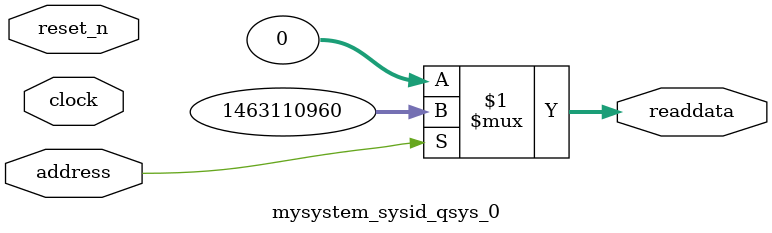
<source format=v>

`timescale 1ns / 1ps
// synthesis translate_on

// turn off superfluous verilog processor warnings 
// altera message_level Level1 
// altera message_off 10034 10035 10036 10037 10230 10240 10030 

module mysystem_sysid_qsys_0 (
               // inputs:
                address,
                clock,
                reset_n,

               // outputs:
                readdata
             )
;

  output  [ 31: 0] readdata;
  input            address;
  input            clock;
  input            reset_n;

  wire    [ 31: 0] readdata;
  //control_slave, which is an e_avalon_slave
  assign readdata = address ? 1463110960 : 0;

endmodule




</source>
